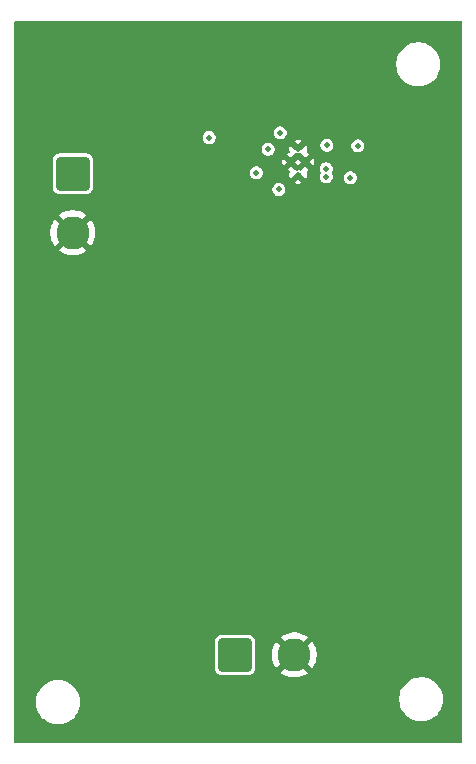
<source format=gbr>
%TF.GenerationSoftware,KiCad,Pcbnew,9.0.6*%
%TF.CreationDate,2026-02-08T18:04:32+01:00*%
%TF.ProjectId,Buck,4275636b-2e6b-4696-9361-645f70636258,B*%
%TF.SameCoordinates,Original*%
%TF.FileFunction,Copper,L3,Inr*%
%TF.FilePolarity,Positive*%
%FSLAX46Y46*%
G04 Gerber Fmt 4.6, Leading zero omitted, Abs format (unit mm)*
G04 Created by KiCad (PCBNEW 9.0.6) date 2026-02-08 18:04:32*
%MOMM*%
%LPD*%
G01*
G04 APERTURE LIST*
G04 Aperture macros list*
%AMRoundRect*
0 Rectangle with rounded corners*
0 $1 Rounding radius*
0 $2 $3 $4 $5 $6 $7 $8 $9 X,Y pos of 4 corners*
0 Add a 4 corners polygon primitive as box body*
4,1,4,$2,$3,$4,$5,$6,$7,$8,$9,$2,$3,0*
0 Add four circle primitives for the rounded corners*
1,1,$1+$1,$2,$3*
1,1,$1+$1,$4,$5*
1,1,$1+$1,$6,$7*
1,1,$1+$1,$8,$9*
0 Add four rect primitives between the rounded corners*
20,1,$1+$1,$2,$3,$4,$5,0*
20,1,$1+$1,$4,$5,$6,$7,0*
20,1,$1+$1,$6,$7,$8,$9,0*
20,1,$1+$1,$8,$9,$2,$3,0*%
G04 Aperture macros list end*
%TA.AperFunction,ComponentPad*%
%ADD10RoundRect,0.250001X-1.149999X1.149999X-1.149999X-1.149999X1.149999X-1.149999X1.149999X1.149999X0*%
%TD*%
%TA.AperFunction,ComponentPad*%
%ADD11C,2.800000*%
%TD*%
%TA.AperFunction,ComponentPad*%
%ADD12RoundRect,0.250001X-1.149999X-1.149999X1.149999X-1.149999X1.149999X1.149999X-1.149999X1.149999X0*%
%TD*%
%TA.AperFunction,ComponentPad*%
%ADD13C,0.499999*%
%TD*%
%TA.AperFunction,ViaPad*%
%ADD14C,0.800000*%
%TD*%
%TA.AperFunction,ViaPad*%
%ADD15C,0.500000*%
%TD*%
G04 APERTURE END LIST*
D10*
%TO.N,+18V*%
%TO.C,J1*%
X142250000Y-107250000D03*
D11*
%TO.N,GND*%
X142250000Y-112250000D03*
%TD*%
D12*
%TO.N,/VOUT*%
%TO.C,J2*%
X156000000Y-148000000D03*
D11*
%TO.N,GND*%
X161000000Y-148000000D03*
%TD*%
D13*
%TO.N,GND*%
%TO.C,U1*%
X160750002Y-106250000D03*
X161350001Y-105150000D03*
X161350001Y-107350000D03*
X161950000Y-106250000D03*
%TD*%
D14*
%TO.N,GND*%
X143000000Y-137000000D03*
X162000000Y-143000000D03*
X162000000Y-140000000D03*
X140000000Y-141000000D03*
X169000000Y-147000000D03*
X142000000Y-126000000D03*
X143000000Y-117000000D03*
X142000000Y-132000000D03*
X150500000Y-96500000D03*
X164500000Y-97500000D03*
X139000000Y-101500000D03*
X142000000Y-116000000D03*
X140000000Y-131000000D03*
X140000000Y-123000000D03*
X169000000Y-145000000D03*
X142000000Y-117000000D03*
X143000000Y-119000000D03*
X140000000Y-121000000D03*
X138000000Y-102500000D03*
X144000000Y-130000000D03*
X167000000Y-149000000D03*
X164000000Y-139000000D03*
X161000000Y-145000000D03*
D15*
X157000000Y-105500000D03*
D14*
X150200000Y-104500000D03*
X165000000Y-138000000D03*
X165000000Y-142000000D03*
X153750000Y-103000000D03*
X140000000Y-133000000D03*
X140000000Y-126000000D03*
X144000000Y-125000000D03*
X166000000Y-145000000D03*
X143000000Y-123000000D03*
X164000000Y-143000000D03*
X143000000Y-96500000D03*
X161000000Y-142000000D03*
X167000000Y-144000000D03*
X140000000Y-117000000D03*
X167000000Y-136000000D03*
X162000000Y-145000000D03*
X143000000Y-136000000D03*
X143000000Y-120000000D03*
X140000000Y-118000000D03*
X162000000Y-139000000D03*
X150500000Y-95500000D03*
X143000000Y-95500000D03*
X167500000Y-96500000D03*
X171000000Y-103250000D03*
X141000000Y-134000000D03*
X143000000Y-135000000D03*
X142000000Y-131000000D03*
X141000000Y-123000000D03*
X165000000Y-141000000D03*
X169000000Y-143000000D03*
X144000000Y-137000000D03*
X160000000Y-144000000D03*
X144000000Y-97500000D03*
X140000000Y-128000000D03*
X140000000Y-122000000D03*
X143000000Y-124000000D03*
X145000000Y-95500000D03*
X163000000Y-144000000D03*
X165000000Y-140000000D03*
X144000000Y-96500000D03*
X139000000Y-102500000D03*
X142000000Y-133000000D03*
X141000000Y-127000000D03*
X169000000Y-104250000D03*
X159500000Y-96500000D03*
X168000000Y-136000000D03*
X140000000Y-125000000D03*
X162000000Y-142000000D03*
X142000000Y-138000000D03*
X141000000Y-122000000D03*
X165500000Y-96500000D03*
X144000000Y-123000000D03*
X143000000Y-134000000D03*
X142000000Y-129000000D03*
X141000000Y-135000000D03*
X157700000Y-112800000D03*
X168000000Y-140000000D03*
X147000000Y-96500000D03*
X161000000Y-143000000D03*
X141000000Y-141000000D03*
X167000000Y-143000000D03*
X153500000Y-95500000D03*
X143000000Y-129000000D03*
X144000000Y-139000000D03*
X169000000Y-103250000D03*
X144000000Y-135000000D03*
X168000000Y-146000000D03*
X166000000Y-143000000D03*
X144000000Y-131000000D03*
X166000000Y-147000000D03*
X169000000Y-136000000D03*
X141000000Y-138000000D03*
X164000000Y-145000000D03*
X140000000Y-124000000D03*
X147000000Y-97500000D03*
X169000000Y-149000000D03*
X169000000Y-142000000D03*
X166000000Y-140000000D03*
X148500000Y-96500000D03*
X140500000Y-101500000D03*
X165000000Y-144000000D03*
X161500000Y-96500000D03*
X142000000Y-140000000D03*
X169000000Y-105250000D03*
X140000000Y-135000000D03*
X138000000Y-100500000D03*
X141000000Y-128000000D03*
X144000000Y-127000000D03*
X165000000Y-148000000D03*
X162500000Y-95500000D03*
X167500000Y-95500000D03*
X145000000Y-97500000D03*
X163000000Y-141000000D03*
X160000000Y-143000000D03*
X166000000Y-136000000D03*
X161000000Y-139000000D03*
X141000000Y-133000000D03*
X144000000Y-120000000D03*
X141000000Y-116000000D03*
X166500000Y-96500000D03*
X170000000Y-102250000D03*
X168000000Y-145000000D03*
X168000000Y-105250000D03*
X142000000Y-139000000D03*
X167500000Y-97500000D03*
X144000000Y-132000000D03*
X141000000Y-117000000D03*
X148500000Y-95500000D03*
X142000000Y-130000000D03*
X145000000Y-96500000D03*
X143000000Y-133000000D03*
X143000000Y-140000000D03*
X143000000Y-127000000D03*
X140000000Y-139000000D03*
X142000000Y-136000000D03*
X168000000Y-138000000D03*
X142000000Y-134000000D03*
X147000000Y-95500000D03*
X144000000Y-124000000D03*
X163000000Y-142000000D03*
X149500000Y-96500000D03*
X160000000Y-142000000D03*
X146000000Y-95500000D03*
X168000000Y-147000000D03*
X143000000Y-125000000D03*
X164000000Y-142000000D03*
X155500000Y-96500000D03*
X168000000Y-141000000D03*
X142000000Y-141000000D03*
X144000000Y-141000000D03*
X144000000Y-117000000D03*
X142000000Y-118000000D03*
X141000000Y-125000000D03*
X142000000Y-128000000D03*
X171000000Y-104250000D03*
X167000000Y-138000000D03*
X142000000Y-120000000D03*
X162900000Y-108700000D03*
X163000000Y-140000000D03*
X169000000Y-141000000D03*
X165500000Y-97500000D03*
X166000000Y-138000000D03*
X168000000Y-144000000D03*
X154500000Y-96500000D03*
X141000000Y-130000000D03*
X138000000Y-101500000D03*
X165000000Y-143000000D03*
X171000000Y-105250000D03*
X140000000Y-137000000D03*
X141000000Y-139000000D03*
X166000000Y-141000000D03*
X139000000Y-100500000D03*
X165000000Y-146000000D03*
X163000000Y-139000000D03*
X162000000Y-141000000D03*
X161000000Y-144000000D03*
X163500000Y-95500000D03*
X144000000Y-121000000D03*
X144000000Y-118000000D03*
X152500000Y-95500000D03*
X144000000Y-129000000D03*
X141000000Y-121000000D03*
X154500000Y-95500000D03*
X166000000Y-139000000D03*
X141000000Y-140000000D03*
X168000000Y-137000000D03*
X164000000Y-144000000D03*
X143000000Y-122000000D03*
X141000000Y-136000000D03*
X165000000Y-149000000D03*
X169000000Y-138000000D03*
X143000000Y-141000000D03*
X166000000Y-146000000D03*
X167000000Y-139000000D03*
X164500000Y-95500000D03*
X143000000Y-126000000D03*
X149500000Y-95500000D03*
X169000000Y-146000000D03*
X166000000Y-142000000D03*
X160000000Y-141000000D03*
X165000000Y-147000000D03*
X141000000Y-118000000D03*
X156500000Y-96500000D03*
X167000000Y-147000000D03*
X167000000Y-137000000D03*
X142000000Y-119000000D03*
X161500000Y-95500000D03*
X165500000Y-95500000D03*
X167000000Y-146000000D03*
X142000000Y-122000000D03*
X143000000Y-118000000D03*
X156300000Y-111500000D03*
X168000000Y-104250000D03*
X157500000Y-95500000D03*
X156500000Y-95500000D03*
X167000000Y-141000000D03*
X160000000Y-139000000D03*
X142000000Y-127000000D03*
X163000000Y-143000000D03*
X164000000Y-141000000D03*
X170000000Y-104250000D03*
X169000000Y-137000000D03*
X143000000Y-128000000D03*
X151500000Y-95500000D03*
X166000000Y-149000000D03*
X141000000Y-132000000D03*
X168000000Y-148000000D03*
X144000000Y-95500000D03*
X165000000Y-139000000D03*
X169000000Y-148000000D03*
X163500000Y-96500000D03*
X140000000Y-134000000D03*
X158500000Y-95500000D03*
X144000000Y-119000000D03*
X141000000Y-129000000D03*
X141000000Y-137000000D03*
X140500000Y-100500000D03*
X170000000Y-105250000D03*
X163000000Y-145000000D03*
X164500000Y-96500000D03*
X142000000Y-137000000D03*
X143000000Y-131000000D03*
X159500000Y-95500000D03*
X167000000Y-142000000D03*
X144000000Y-138000000D03*
X142000000Y-125000000D03*
X157500000Y-96500000D03*
X167000000Y-140000000D03*
X144000000Y-128000000D03*
X170000000Y-103250000D03*
X160500000Y-96500000D03*
X168000000Y-149000000D03*
X169000000Y-140000000D03*
X162500000Y-96500000D03*
X140000000Y-132000000D03*
X162000000Y-144000000D03*
X142000000Y-123000000D03*
X144000000Y-140000000D03*
X141000000Y-120000000D03*
X141000000Y-124000000D03*
X160000000Y-140000000D03*
X142000000Y-135000000D03*
X167000000Y-148000000D03*
X153500000Y-96500000D03*
X166500000Y-97500000D03*
X165000000Y-145000000D03*
X166500000Y-95500000D03*
X144000000Y-122000000D03*
X169000000Y-144000000D03*
X140000000Y-136000000D03*
X144000000Y-134000000D03*
X160500000Y-95500000D03*
X140000000Y-119000000D03*
X143000000Y-116000000D03*
X158500000Y-96500000D03*
X171000000Y-102250000D03*
X144000000Y-136000000D03*
X146000000Y-97500000D03*
X143000000Y-121000000D03*
X166000000Y-137000000D03*
X143000000Y-132000000D03*
X160000000Y-145000000D03*
X140000000Y-127000000D03*
X167000000Y-145000000D03*
X143000000Y-97500000D03*
X151500000Y-96500000D03*
X168000000Y-143000000D03*
X142000000Y-124000000D03*
X141000000Y-131000000D03*
X161000000Y-140000000D03*
X166000000Y-144000000D03*
X152500000Y-96500000D03*
X164000000Y-140000000D03*
X166000000Y-148000000D03*
X144000000Y-133000000D03*
X144000000Y-116000000D03*
X169000000Y-139000000D03*
X143000000Y-138000000D03*
X161000000Y-141000000D03*
X140000000Y-120000000D03*
X165000000Y-136000000D03*
X143000000Y-130000000D03*
X146000000Y-96500000D03*
X142000000Y-121000000D03*
X168000000Y-139000000D03*
X140000000Y-116000000D03*
X169000000Y-102250000D03*
X143000000Y-139000000D03*
X141000000Y-126000000D03*
X140000000Y-130000000D03*
X144000000Y-126000000D03*
X165000000Y-137000000D03*
X155500000Y-95500000D03*
X141000000Y-119000000D03*
X140000000Y-138000000D03*
X168250000Y-106250000D03*
X168000000Y-142000000D03*
X140000000Y-140000000D03*
X140000000Y-129000000D03*
D15*
%TO.N,/SYNCIN*%
X159700000Y-108600000D03*
X163696157Y-106838448D03*
%TO.N,Net-(U1-COMP)*%
X158800000Y-105200000D03*
X157800000Y-107200000D03*
%TO.N,/LG*%
X165750000Y-107625000D03*
X163706476Y-107538372D03*
%TO.N,/HG*%
X163772965Y-104860139D03*
X166391248Y-104908752D03*
%TO.N,/EN*%
X159800000Y-103800000D03*
X153800000Y-104200000D03*
%TD*%
%TA.AperFunction,Conductor*%
%TO.N,GND*%
G36*
X175142539Y-94320185D02*
G01*
X175188294Y-94372989D01*
X175199500Y-94424500D01*
X175199500Y-155325500D01*
X175179815Y-155392539D01*
X175127011Y-155438294D01*
X175075500Y-155449500D01*
X137424500Y-155449500D01*
X137357461Y-155429815D01*
X137311706Y-155377011D01*
X137300500Y-155325500D01*
X137300500Y-151878048D01*
X139139500Y-151878048D01*
X139139500Y-152121951D01*
X139166013Y-152323333D01*
X139171334Y-152363744D01*
X139171335Y-152363746D01*
X139234456Y-152599320D01*
X139234459Y-152599330D01*
X139327786Y-152824640D01*
X139327791Y-152824651D01*
X139449727Y-153035848D01*
X139449738Y-153035864D01*
X139598199Y-153229343D01*
X139598205Y-153229350D01*
X139770649Y-153401794D01*
X139770656Y-153401800D01*
X139797258Y-153422212D01*
X139964144Y-153550268D01*
X139964151Y-153550272D01*
X140175348Y-153672208D01*
X140175353Y-153672210D01*
X140175356Y-153672212D01*
X140400679Y-153765544D01*
X140636256Y-153828666D01*
X140878056Y-153860500D01*
X140878063Y-153860500D01*
X141121937Y-153860500D01*
X141121944Y-153860500D01*
X141363744Y-153828666D01*
X141599321Y-153765544D01*
X141824644Y-153672212D01*
X142035856Y-153550268D01*
X142229345Y-153401799D01*
X142401799Y-153229345D01*
X142550268Y-153035856D01*
X142672212Y-152824644D01*
X142765544Y-152599321D01*
X142828666Y-152363744D01*
X142860500Y-152121944D01*
X142860500Y-151878056D01*
X142828666Y-151636256D01*
X142826467Y-151628048D01*
X169889500Y-151628048D01*
X169889500Y-151871951D01*
X169890305Y-151878062D01*
X169921334Y-152113744D01*
X169923533Y-152121951D01*
X169984456Y-152349320D01*
X169984459Y-152349330D01*
X170077786Y-152574640D01*
X170077791Y-152574651D01*
X170199727Y-152785848D01*
X170199738Y-152785864D01*
X170348199Y-152979343D01*
X170348205Y-152979350D01*
X170520649Y-153151794D01*
X170520656Y-153151800D01*
X170621715Y-153229345D01*
X170714144Y-153300268D01*
X170714151Y-153300272D01*
X170925348Y-153422208D01*
X170925353Y-153422210D01*
X170925356Y-153422212D01*
X171150679Y-153515544D01*
X171386256Y-153578666D01*
X171628056Y-153610500D01*
X171628063Y-153610500D01*
X171871937Y-153610500D01*
X171871944Y-153610500D01*
X172113744Y-153578666D01*
X172349321Y-153515544D01*
X172574644Y-153422212D01*
X172785856Y-153300268D01*
X172979345Y-153151799D01*
X173151799Y-152979345D01*
X173300268Y-152785856D01*
X173422212Y-152574644D01*
X173515544Y-152349321D01*
X173578666Y-152113744D01*
X173610500Y-151871944D01*
X173610500Y-151628056D01*
X173578666Y-151386256D01*
X173515544Y-151150679D01*
X173422212Y-150925356D01*
X173422210Y-150925353D01*
X173422208Y-150925348D01*
X173300272Y-150714151D01*
X173300268Y-150714144D01*
X173211302Y-150598201D01*
X173151800Y-150520656D01*
X173151794Y-150520649D01*
X172979350Y-150348205D01*
X172979343Y-150348199D01*
X172785864Y-150199738D01*
X172785862Y-150199736D01*
X172785856Y-150199732D01*
X172785851Y-150199729D01*
X172785848Y-150199727D01*
X172574651Y-150077791D01*
X172574640Y-150077786D01*
X172349330Y-149984459D01*
X172349323Y-149984457D01*
X172349321Y-149984456D01*
X172113744Y-149921334D01*
X172073333Y-149916013D01*
X171871951Y-149889500D01*
X171871944Y-149889500D01*
X171628056Y-149889500D01*
X171628048Y-149889500D01*
X171397896Y-149919801D01*
X171386256Y-149921334D01*
X171150679Y-149984456D01*
X171150669Y-149984459D01*
X170925359Y-150077786D01*
X170925348Y-150077791D01*
X170714151Y-150199727D01*
X170714135Y-150199738D01*
X170520656Y-150348199D01*
X170520649Y-150348205D01*
X170348205Y-150520649D01*
X170348199Y-150520656D01*
X170199738Y-150714135D01*
X170199727Y-150714151D01*
X170077791Y-150925348D01*
X170077786Y-150925359D01*
X169984459Y-151150669D01*
X169984456Y-151150679D01*
X169921335Y-151386253D01*
X169921333Y-151386264D01*
X169889500Y-151628048D01*
X142826467Y-151628048D01*
X142765544Y-151400679D01*
X142672212Y-151175356D01*
X142672210Y-151175353D01*
X142672208Y-151175348D01*
X142550272Y-150964151D01*
X142550268Y-150964144D01*
X142401799Y-150770655D01*
X142401794Y-150770649D01*
X142229350Y-150598205D01*
X142229343Y-150598199D01*
X142035864Y-150449738D01*
X142035862Y-150449736D01*
X142035856Y-150449732D01*
X142035851Y-150449729D01*
X142035848Y-150449727D01*
X141824651Y-150327791D01*
X141824640Y-150327786D01*
X141599330Y-150234459D01*
X141599323Y-150234457D01*
X141599321Y-150234456D01*
X141363744Y-150171334D01*
X141323333Y-150166013D01*
X141121951Y-150139500D01*
X141121944Y-150139500D01*
X140878056Y-150139500D01*
X140878048Y-150139500D01*
X140647896Y-150169801D01*
X140636256Y-150171334D01*
X140530250Y-150199738D01*
X140400679Y-150234456D01*
X140400669Y-150234459D01*
X140175359Y-150327786D01*
X140175348Y-150327791D01*
X139964151Y-150449727D01*
X139964135Y-150449738D01*
X139770656Y-150598199D01*
X139770649Y-150598205D01*
X139598205Y-150770649D01*
X139598199Y-150770656D01*
X139449738Y-150964135D01*
X139449727Y-150964151D01*
X139327791Y-151175348D01*
X139327786Y-151175359D01*
X139234459Y-151400669D01*
X139234456Y-151400679D01*
X139171334Y-151636256D01*
X139171333Y-151636264D01*
X139139500Y-151878048D01*
X137300500Y-151878048D01*
X137300500Y-146806900D01*
X154299500Y-146806900D01*
X154299500Y-149193091D01*
X154310123Y-149281562D01*
X154365639Y-149422342D01*
X154365640Y-149422344D01*
X154457077Y-149542922D01*
X154577655Y-149634359D01*
X154577658Y-149634361D01*
X154718436Y-149689876D01*
X154806901Y-149700500D01*
X157193098Y-149700499D01*
X157281564Y-149689876D01*
X157422342Y-149634361D01*
X157542922Y-149542922D01*
X157634361Y-149422342D01*
X157689876Y-149281564D01*
X157700500Y-149193099D01*
X157700499Y-147875466D01*
X159100000Y-147875466D01*
X159100000Y-148124533D01*
X159132508Y-148371463D01*
X159196973Y-148612049D01*
X159292283Y-148842148D01*
X159292288Y-148842159D01*
X159416813Y-149057841D01*
X159416819Y-149057849D01*
X159491400Y-149155045D01*
X160398958Y-148247487D01*
X160423978Y-148307890D01*
X160495112Y-148414351D01*
X160585649Y-148504888D01*
X160692110Y-148576022D01*
X160752511Y-148601041D01*
X159844953Y-149508598D01*
X159942150Y-149583180D01*
X159942158Y-149583186D01*
X160157840Y-149707711D01*
X160157851Y-149707716D01*
X160387950Y-149803026D01*
X160628536Y-149867491D01*
X160875466Y-149900000D01*
X161124534Y-149900000D01*
X161371463Y-149867491D01*
X161612049Y-149803026D01*
X161842148Y-149707716D01*
X161842159Y-149707711D01*
X162057855Y-149583178D01*
X162155045Y-149508600D01*
X162155045Y-149508597D01*
X161247488Y-148601041D01*
X161307890Y-148576022D01*
X161414351Y-148504888D01*
X161504888Y-148414351D01*
X161576022Y-148307890D01*
X161601041Y-148247489D01*
X162508597Y-149155045D01*
X162508600Y-149155045D01*
X162583178Y-149057855D01*
X162707711Y-148842159D01*
X162707716Y-148842148D01*
X162803026Y-148612049D01*
X162867491Y-148371463D01*
X162900000Y-148124533D01*
X162900000Y-147875466D01*
X162867491Y-147628536D01*
X162803026Y-147387950D01*
X162707716Y-147157851D01*
X162707711Y-147157840D01*
X162583186Y-146942158D01*
X162583180Y-146942150D01*
X162508598Y-146844953D01*
X161601041Y-147752510D01*
X161576022Y-147692110D01*
X161504888Y-147585649D01*
X161414351Y-147495112D01*
X161307890Y-147423978D01*
X161247487Y-147398957D01*
X162155045Y-146491400D01*
X162057849Y-146416819D01*
X162057841Y-146416813D01*
X161842159Y-146292288D01*
X161842148Y-146292283D01*
X161612049Y-146196973D01*
X161371463Y-146132508D01*
X161124534Y-146100000D01*
X160875466Y-146100000D01*
X160628536Y-146132508D01*
X160387950Y-146196973D01*
X160157851Y-146292283D01*
X160157847Y-146292285D01*
X159942143Y-146416823D01*
X159844953Y-146491399D01*
X159844953Y-146491400D01*
X160752511Y-147398958D01*
X160692110Y-147423978D01*
X160585649Y-147495112D01*
X160495112Y-147585649D01*
X160423978Y-147692110D01*
X160398958Y-147752511D01*
X159491400Y-146844953D01*
X159491399Y-146844953D01*
X159416823Y-146942143D01*
X159292285Y-147157847D01*
X159292283Y-147157851D01*
X159196973Y-147387950D01*
X159132508Y-147628536D01*
X159100000Y-147875466D01*
X157700499Y-147875466D01*
X157700499Y-146806902D01*
X157689876Y-146718436D01*
X157634361Y-146577658D01*
X157634359Y-146577655D01*
X157542922Y-146457077D01*
X157422344Y-146365640D01*
X157422342Y-146365639D01*
X157281564Y-146310124D01*
X157281561Y-146310123D01*
X157193099Y-146299500D01*
X154806908Y-146299500D01*
X154718437Y-146310123D01*
X154577657Y-146365639D01*
X154577655Y-146365640D01*
X154457077Y-146457077D01*
X154365640Y-146577655D01*
X154310124Y-146718437D01*
X154310123Y-146718438D01*
X154299500Y-146806900D01*
X137300500Y-146806900D01*
X137300500Y-112125466D01*
X140350000Y-112125466D01*
X140350000Y-112374533D01*
X140382508Y-112621463D01*
X140446973Y-112862049D01*
X140542283Y-113092148D01*
X140542288Y-113092159D01*
X140666813Y-113307841D01*
X140666819Y-113307849D01*
X140741400Y-113405045D01*
X141648958Y-112497487D01*
X141673978Y-112557890D01*
X141745112Y-112664351D01*
X141835649Y-112754888D01*
X141942110Y-112826022D01*
X142002511Y-112851041D01*
X141094953Y-113758598D01*
X141192150Y-113833180D01*
X141192158Y-113833186D01*
X141407840Y-113957711D01*
X141407851Y-113957716D01*
X141637950Y-114053026D01*
X141878536Y-114117491D01*
X142125466Y-114150000D01*
X142374534Y-114150000D01*
X142621463Y-114117491D01*
X142862049Y-114053026D01*
X143092148Y-113957716D01*
X143092159Y-113957711D01*
X143307855Y-113833178D01*
X143405045Y-113758600D01*
X143405045Y-113758597D01*
X142497488Y-112851041D01*
X142557890Y-112826022D01*
X142664351Y-112754888D01*
X142754888Y-112664351D01*
X142826022Y-112557890D01*
X142851041Y-112497489D01*
X143758597Y-113405045D01*
X143758600Y-113405045D01*
X143833178Y-113307855D01*
X143957711Y-113092159D01*
X143957716Y-113092148D01*
X144053026Y-112862049D01*
X144117491Y-112621463D01*
X144150000Y-112374533D01*
X144150000Y-112125466D01*
X144117491Y-111878536D01*
X144053026Y-111637950D01*
X143957716Y-111407851D01*
X143957711Y-111407840D01*
X143833186Y-111192158D01*
X143833180Y-111192150D01*
X143758598Y-111094953D01*
X142851041Y-112002510D01*
X142826022Y-111942110D01*
X142754888Y-111835649D01*
X142664351Y-111745112D01*
X142557890Y-111673978D01*
X142497487Y-111648957D01*
X143405045Y-110741400D01*
X143307849Y-110666819D01*
X143307841Y-110666813D01*
X143092159Y-110542288D01*
X143092148Y-110542283D01*
X142862049Y-110446973D01*
X142621463Y-110382508D01*
X142374534Y-110350000D01*
X142125466Y-110350000D01*
X141878536Y-110382508D01*
X141637950Y-110446973D01*
X141407851Y-110542283D01*
X141407847Y-110542285D01*
X141192143Y-110666823D01*
X141094953Y-110741399D01*
X141094953Y-110741400D01*
X142002511Y-111648958D01*
X141942110Y-111673978D01*
X141835649Y-111745112D01*
X141745112Y-111835649D01*
X141673978Y-111942110D01*
X141648958Y-112002511D01*
X140741400Y-111094953D01*
X140741399Y-111094953D01*
X140666823Y-111192143D01*
X140542285Y-111407847D01*
X140542283Y-111407851D01*
X140446973Y-111637950D01*
X140382508Y-111878536D01*
X140350000Y-112125466D01*
X137300500Y-112125466D01*
X137300500Y-106056900D01*
X140549500Y-106056900D01*
X140549500Y-108443091D01*
X140560123Y-108531562D01*
X140615639Y-108672342D01*
X140615640Y-108672344D01*
X140707077Y-108792922D01*
X140827655Y-108884359D01*
X140827658Y-108884361D01*
X140968436Y-108939876D01*
X141056901Y-108950500D01*
X143443098Y-108950499D01*
X143531564Y-108939876D01*
X143672342Y-108884361D01*
X143792922Y-108792922D01*
X143884361Y-108672342D01*
X143939876Y-108531564D01*
X143940361Y-108527525D01*
X159149500Y-108527525D01*
X159149500Y-108672475D01*
X159181774Y-108792922D01*
X159187017Y-108812488D01*
X159259488Y-108938011D01*
X159259490Y-108938013D01*
X159259491Y-108938015D01*
X159361985Y-109040509D01*
X159361986Y-109040510D01*
X159361988Y-109040511D01*
X159487511Y-109112982D01*
X159487512Y-109112982D01*
X159487515Y-109112984D01*
X159627525Y-109150500D01*
X159627528Y-109150500D01*
X159772472Y-109150500D01*
X159772475Y-109150500D01*
X159912485Y-109112984D01*
X160038015Y-109040509D01*
X160140509Y-108938015D01*
X160212984Y-108812485D01*
X160250500Y-108672475D01*
X160250500Y-108527525D01*
X160212984Y-108387515D01*
X160140509Y-108261985D01*
X160038015Y-108159491D01*
X159934972Y-108099999D01*
X159924840Y-108094149D01*
X159924837Y-108094146D01*
X159912492Y-108087018D01*
X159912489Y-108087017D01*
X159901006Y-108083940D01*
X159772475Y-108049500D01*
X159627525Y-108049500D01*
X159498993Y-108083940D01*
X159487511Y-108087017D01*
X159361988Y-108159488D01*
X159361982Y-108159493D01*
X159259493Y-108261982D01*
X159259488Y-108261988D01*
X159187017Y-108387511D01*
X159187016Y-108387515D01*
X159149500Y-108527525D01*
X143940361Y-108527525D01*
X143950500Y-108443099D01*
X143950500Y-108027576D01*
X161025974Y-108027576D01*
X161131233Y-108071176D01*
X161131241Y-108071178D01*
X161276128Y-108099998D01*
X161276132Y-108099999D01*
X161423870Y-108099999D01*
X161423873Y-108099998D01*
X161568760Y-108071178D01*
X161568768Y-108071176D01*
X161674026Y-108027576D01*
X161350002Y-107703552D01*
X161350001Y-107703552D01*
X161025974Y-108027576D01*
X143950500Y-108027576D01*
X143950499Y-107127525D01*
X157249500Y-107127525D01*
X157249500Y-107272475D01*
X157270273Y-107349999D01*
X157287017Y-107412488D01*
X157359488Y-107538011D01*
X157359490Y-107538013D01*
X157359491Y-107538015D01*
X157461985Y-107640509D01*
X157461986Y-107640510D01*
X157461988Y-107640511D01*
X157587511Y-107712982D01*
X157587512Y-107712982D01*
X157587515Y-107712984D01*
X157727525Y-107750500D01*
X157727528Y-107750500D01*
X157872472Y-107750500D01*
X157872475Y-107750500D01*
X158012485Y-107712984D01*
X158138015Y-107640509D01*
X158240509Y-107538015D01*
X158312984Y-107412485D01*
X158350500Y-107272475D01*
X158350500Y-107127525D01*
X158312984Y-106987515D01*
X158278378Y-106927576D01*
X160425975Y-106927576D01*
X160531235Y-106971176D01*
X160534867Y-106971899D01*
X160536595Y-106972802D01*
X160537067Y-106972946D01*
X160537039Y-106973035D01*
X160596781Y-107004279D01*
X160631359Y-107064992D01*
X160629481Y-107125152D01*
X160630012Y-107125258D01*
X160629378Y-107128443D01*
X160629345Y-107129514D01*
X160628823Y-107131233D01*
X160600002Y-107276127D01*
X160600002Y-107423872D01*
X160628821Y-107568759D01*
X160628824Y-107568768D01*
X160672422Y-107674024D01*
X161085543Y-107260904D01*
X161146866Y-107227419D01*
X161216557Y-107232403D01*
X161260905Y-107260904D01*
X161278159Y-107278158D01*
X161263869Y-107292448D01*
X161248401Y-107329791D01*
X161248401Y-107370209D01*
X161263869Y-107407552D01*
X161292449Y-107436132D01*
X161329792Y-107451600D01*
X161370210Y-107451600D01*
X161407553Y-107436132D01*
X161436133Y-107407552D01*
X161451601Y-107370209D01*
X161451601Y-107329791D01*
X161436133Y-107292448D01*
X161421842Y-107278157D01*
X161439094Y-107260905D01*
X161500417Y-107227420D01*
X161570109Y-107232404D01*
X161614457Y-107260905D01*
X162027577Y-107674025D01*
X162071177Y-107568767D01*
X162071179Y-107568759D01*
X162099999Y-107423872D01*
X162100000Y-107423869D01*
X162100000Y-107276131D01*
X162099999Y-107276127D01*
X162071180Y-107131243D01*
X162070660Y-107129528D01*
X162070651Y-107128583D01*
X162069990Y-107125258D01*
X162070620Y-107125132D01*
X162070028Y-107059661D01*
X162107268Y-107000544D01*
X162162945Y-106972982D01*
X162162935Y-106972946D01*
X162163151Y-106972880D01*
X162165136Y-106971898D01*
X162168770Y-106971175D01*
X162274025Y-106927576D01*
X162191976Y-106845527D01*
X162112422Y-106765973D01*
X163145657Y-106765973D01*
X163145657Y-106910923D01*
X163170672Y-107004279D01*
X163183174Y-107050936D01*
X163231908Y-107135346D01*
X163248381Y-107203246D01*
X163231909Y-107259345D01*
X163193493Y-107325884D01*
X163193493Y-107325885D01*
X163193492Y-107325887D01*
X163155976Y-107465897D01*
X163155976Y-107610847D01*
X163193492Y-107750857D01*
X163193493Y-107750860D01*
X163265964Y-107876383D01*
X163265966Y-107876385D01*
X163265967Y-107876387D01*
X163368461Y-107978881D01*
X163368462Y-107978882D01*
X163368464Y-107978883D01*
X163493987Y-108051354D01*
X163493988Y-108051354D01*
X163493991Y-108051356D01*
X163634001Y-108088872D01*
X163634004Y-108088872D01*
X163778948Y-108088872D01*
X163778951Y-108088872D01*
X163918961Y-108051356D01*
X164044491Y-107978881D01*
X164146985Y-107876387D01*
X164219460Y-107750857D01*
X164256976Y-107610847D01*
X164256976Y-107552525D01*
X165199500Y-107552525D01*
X165199500Y-107697475D01*
X165213804Y-107750857D01*
X165237017Y-107837488D01*
X165309488Y-107963011D01*
X165309490Y-107963013D01*
X165309491Y-107963015D01*
X165411985Y-108065509D01*
X165411986Y-108065510D01*
X165411988Y-108065511D01*
X165537511Y-108137982D01*
X165537512Y-108137982D01*
X165537515Y-108137984D01*
X165677525Y-108175500D01*
X165677528Y-108175500D01*
X165822472Y-108175500D01*
X165822475Y-108175500D01*
X165962485Y-108137984D01*
X166088015Y-108065509D01*
X166190509Y-107963015D01*
X166262984Y-107837485D01*
X166300500Y-107697475D01*
X166300500Y-107552525D01*
X166262984Y-107412515D01*
X166262968Y-107412488D01*
X166190511Y-107286988D01*
X166190506Y-107286982D01*
X166088017Y-107184493D01*
X166088011Y-107184488D01*
X165962488Y-107112017D01*
X165962489Y-107112017D01*
X165951006Y-107108940D01*
X165822475Y-107074500D01*
X165677525Y-107074500D01*
X165548993Y-107108940D01*
X165537511Y-107112017D01*
X165411988Y-107184488D01*
X165411982Y-107184493D01*
X165309493Y-107286982D01*
X165309488Y-107286988D01*
X165237017Y-107412511D01*
X165237016Y-107412515D01*
X165199500Y-107552525D01*
X164256976Y-107552525D01*
X164256976Y-107465897D01*
X164219460Y-107325887D01*
X164170722Y-107241471D01*
X164154250Y-107173574D01*
X164170722Y-107117475D01*
X164209141Y-107050933D01*
X164246657Y-106910923D01*
X164246657Y-106765973D01*
X164209141Y-106625963D01*
X164179154Y-106574025D01*
X164136668Y-106500436D01*
X164136663Y-106500430D01*
X164034174Y-106397941D01*
X164034168Y-106397936D01*
X163908645Y-106325465D01*
X163908646Y-106325465D01*
X163897163Y-106322388D01*
X163768632Y-106287948D01*
X163623682Y-106287948D01*
X163495150Y-106322388D01*
X163483668Y-106325465D01*
X163358145Y-106397936D01*
X163358139Y-106397941D01*
X163255650Y-106500430D01*
X163255645Y-106500436D01*
X163183174Y-106625959D01*
X163183173Y-106625963D01*
X163145657Y-106765973D01*
X162112422Y-106765973D01*
X161950000Y-106603552D01*
X161592204Y-106961348D01*
X161530881Y-106994833D01*
X161461189Y-106989849D01*
X161416842Y-106961348D01*
X161350001Y-106894507D01*
X161283160Y-106961348D01*
X161221837Y-106994832D01*
X161152145Y-106989848D01*
X161107798Y-106961347D01*
X160750003Y-106603552D01*
X160750002Y-106603552D01*
X160425975Y-106927576D01*
X158278378Y-106927576D01*
X158240509Y-106861985D01*
X158138015Y-106759491D01*
X158138013Y-106759490D01*
X158138011Y-106759488D01*
X158012488Y-106687017D01*
X158012489Y-106687017D01*
X158001006Y-106683940D01*
X157872475Y-106649500D01*
X157727525Y-106649500D01*
X157598993Y-106683940D01*
X157587511Y-106687017D01*
X157461988Y-106759488D01*
X157461982Y-106759493D01*
X157359493Y-106861982D01*
X157359488Y-106861988D01*
X157287017Y-106987511D01*
X157287016Y-106987515D01*
X157249500Y-107127525D01*
X143950499Y-107127525D01*
X143950499Y-106176127D01*
X160000003Y-106176127D01*
X160000003Y-106323872D01*
X160028822Y-106468759D01*
X160028825Y-106468768D01*
X160072423Y-106574024D01*
X160396450Y-106250000D01*
X160376241Y-106229791D01*
X160648402Y-106229791D01*
X160648402Y-106270209D01*
X160663870Y-106307552D01*
X160692450Y-106336132D01*
X160729793Y-106351600D01*
X160770211Y-106351600D01*
X160807554Y-106336132D01*
X160836134Y-106307552D01*
X160851602Y-106270209D01*
X160851602Y-106250000D01*
X161103554Y-106250000D01*
X161350001Y-106496447D01*
X161596448Y-106250000D01*
X161576239Y-106229791D01*
X161848400Y-106229791D01*
X161848400Y-106270209D01*
X161863868Y-106307552D01*
X161892448Y-106336132D01*
X161929791Y-106351600D01*
X161970209Y-106351600D01*
X162007552Y-106336132D01*
X162036132Y-106307552D01*
X162051600Y-106270209D01*
X162051600Y-106249999D01*
X162303552Y-106249999D01*
X162303552Y-106250001D01*
X162627576Y-106574025D01*
X162671176Y-106468767D01*
X162671178Y-106468759D01*
X162699998Y-106323872D01*
X162699999Y-106323869D01*
X162699999Y-106176131D01*
X162699998Y-106176127D01*
X162671178Y-106031240D01*
X162671176Y-106031232D01*
X162627576Y-105925973D01*
X162303552Y-106249999D01*
X162051600Y-106249999D01*
X162051600Y-106229791D01*
X162036132Y-106192448D01*
X162007552Y-106163868D01*
X161970209Y-106148400D01*
X161929791Y-106148400D01*
X161892448Y-106163868D01*
X161863868Y-106192448D01*
X161848400Y-106229791D01*
X161576239Y-106229791D01*
X161350001Y-106003553D01*
X161103554Y-106250000D01*
X160851602Y-106250000D01*
X160851602Y-106229791D01*
X160836134Y-106192448D01*
X160807554Y-106163868D01*
X160770211Y-106148400D01*
X160729793Y-106148400D01*
X160692450Y-106163868D01*
X160663870Y-106192448D01*
X160648402Y-106229791D01*
X160376241Y-106229791D01*
X160072424Y-105925974D01*
X160028824Y-106031236D01*
X160028822Y-106031240D01*
X160000003Y-106176127D01*
X143950499Y-106176127D01*
X143950499Y-106056902D01*
X143939876Y-105968436D01*
X143884361Y-105827658D01*
X143884359Y-105827655D01*
X143792922Y-105707077D01*
X143672344Y-105615640D01*
X143672342Y-105615639D01*
X143531564Y-105560124D01*
X143531561Y-105560123D01*
X143443099Y-105549500D01*
X141056908Y-105549500D01*
X140968437Y-105560123D01*
X140827657Y-105615639D01*
X140827655Y-105615640D01*
X140707077Y-105707077D01*
X140615640Y-105827655D01*
X140560124Y-105968437D01*
X140560123Y-105968438D01*
X140549500Y-106056900D01*
X137300500Y-106056900D01*
X137300500Y-105127525D01*
X158249500Y-105127525D01*
X158249500Y-105272475D01*
X158287016Y-105412485D01*
X158287017Y-105412488D01*
X158359488Y-105538011D01*
X158359490Y-105538013D01*
X158359491Y-105538015D01*
X158461985Y-105640509D01*
X158461986Y-105640510D01*
X158461988Y-105640511D01*
X158587511Y-105712982D01*
X158587512Y-105712982D01*
X158587515Y-105712984D01*
X158727525Y-105750500D01*
X158727528Y-105750500D01*
X158872472Y-105750500D01*
X158872475Y-105750500D01*
X159012485Y-105712984D01*
X159138015Y-105640509D01*
X159206102Y-105572422D01*
X160425976Y-105572422D01*
X160750002Y-105896448D01*
X161107798Y-105538652D01*
X161169121Y-105505167D01*
X161238813Y-105510151D01*
X161283160Y-105538652D01*
X161350001Y-105605493D01*
X161416842Y-105538652D01*
X161478165Y-105505167D01*
X161547857Y-105510151D01*
X161592204Y-105538652D01*
X161950000Y-105896448D01*
X161950001Y-105896448D01*
X162274025Y-105572422D01*
X162168768Y-105528823D01*
X162168760Y-105528821D01*
X162165124Y-105528098D01*
X162163394Y-105527193D01*
X162162932Y-105527053D01*
X162162958Y-105526965D01*
X162103213Y-105495713D01*
X162068639Y-105434997D01*
X162070523Y-105374848D01*
X162069990Y-105374742D01*
X162070627Y-105371537D01*
X162070661Y-105370466D01*
X162071181Y-105368749D01*
X162099999Y-105223872D01*
X162100000Y-105223869D01*
X162100000Y-105076131D01*
X162099999Y-105076127D01*
X162071179Y-104931240D01*
X162071177Y-104931232D01*
X162027999Y-104826990D01*
X162027577Y-104825973D01*
X161614457Y-105239094D01*
X161553134Y-105272579D01*
X161483442Y-105267595D01*
X161439095Y-105239094D01*
X161421843Y-105221842D01*
X161436133Y-105207552D01*
X161451601Y-105170209D01*
X161451601Y-105129791D01*
X161436133Y-105092448D01*
X161407553Y-105063868D01*
X161370210Y-105048400D01*
X161329792Y-105048400D01*
X161292449Y-105063868D01*
X161263869Y-105092448D01*
X161248401Y-105129791D01*
X161248401Y-105170209D01*
X161263869Y-105207552D01*
X161278159Y-105221842D01*
X161260906Y-105239095D01*
X161199583Y-105272580D01*
X161129891Y-105267596D01*
X161085544Y-105239095D01*
X160672423Y-104825974D01*
X160628823Y-104931236D01*
X160628821Y-104931240D01*
X160600002Y-105076127D01*
X160600002Y-105223872D01*
X160628822Y-105368762D01*
X160629344Y-105370481D01*
X160629352Y-105371426D01*
X160630012Y-105374742D01*
X160629383Y-105374867D01*
X160629971Y-105440348D01*
X160592725Y-105499462D01*
X160537059Y-105527018D01*
X160537070Y-105527053D01*
X160536863Y-105527115D01*
X160534879Y-105528098D01*
X160531238Y-105528822D01*
X160425976Y-105572422D01*
X159206102Y-105572422D01*
X159240509Y-105538015D01*
X159312984Y-105412485D01*
X159350500Y-105272475D01*
X159350500Y-105127525D01*
X159312984Y-104987515D01*
X159240509Y-104861985D01*
X159138015Y-104759491D01*
X159138013Y-104759490D01*
X159138011Y-104759488D01*
X159012488Y-104687017D01*
X159012489Y-104687017D01*
X159001006Y-104683940D01*
X158872475Y-104649500D01*
X158727525Y-104649500D01*
X158598993Y-104683940D01*
X158587511Y-104687017D01*
X158461988Y-104759488D01*
X158461982Y-104759493D01*
X158359493Y-104861982D01*
X158359488Y-104861988D01*
X158287017Y-104987511D01*
X158287016Y-104987515D01*
X158249500Y-105127525D01*
X137300500Y-105127525D01*
X137300500Y-104127525D01*
X153249500Y-104127525D01*
X153249500Y-104272475D01*
X153282537Y-104395768D01*
X153287017Y-104412488D01*
X153359488Y-104538011D01*
X153359490Y-104538013D01*
X153359491Y-104538015D01*
X153461985Y-104640509D01*
X153461986Y-104640510D01*
X153461988Y-104640511D01*
X153587511Y-104712982D01*
X153587512Y-104712982D01*
X153587515Y-104712984D01*
X153727525Y-104750500D01*
X153727528Y-104750500D01*
X153872472Y-104750500D01*
X153872475Y-104750500D01*
X154012485Y-104712984D01*
X154138015Y-104640509D01*
X154240509Y-104538015D01*
X154278379Y-104472422D01*
X161025975Y-104472422D01*
X161350001Y-104796448D01*
X161350002Y-104796448D01*
X161358786Y-104787664D01*
X163222465Y-104787664D01*
X163222465Y-104932614D01*
X163237175Y-104987511D01*
X163259982Y-105072627D01*
X163332453Y-105198150D01*
X163332455Y-105198152D01*
X163332456Y-105198154D01*
X163434950Y-105300648D01*
X163434951Y-105300649D01*
X163434953Y-105300650D01*
X163560476Y-105373121D01*
X163560477Y-105373121D01*
X163560480Y-105373123D01*
X163700490Y-105410639D01*
X163700493Y-105410639D01*
X163845437Y-105410639D01*
X163845440Y-105410639D01*
X163985450Y-105373123D01*
X164110980Y-105300648D01*
X164213474Y-105198154D01*
X164285949Y-105072624D01*
X164323465Y-104932614D01*
X164323465Y-104836277D01*
X165840748Y-104836277D01*
X165840748Y-104981227D01*
X165862892Y-105063868D01*
X165878265Y-105121240D01*
X165950736Y-105246763D01*
X165950738Y-105246765D01*
X165950739Y-105246767D01*
X166053233Y-105349261D01*
X166053234Y-105349262D01*
X166053236Y-105349263D01*
X166178759Y-105421734D01*
X166178760Y-105421734D01*
X166178763Y-105421736D01*
X166318773Y-105459252D01*
X166318776Y-105459252D01*
X166463720Y-105459252D01*
X166463723Y-105459252D01*
X166603733Y-105421736D01*
X166729263Y-105349261D01*
X166831757Y-105246767D01*
X166904232Y-105121237D01*
X166941748Y-104981227D01*
X166941748Y-104836277D01*
X166904232Y-104696267D01*
X166898891Y-104687017D01*
X166831759Y-104570740D01*
X166831754Y-104570734D01*
X166729265Y-104468245D01*
X166729259Y-104468240D01*
X166603736Y-104395769D01*
X166603737Y-104395769D01*
X166592254Y-104392692D01*
X166463723Y-104358252D01*
X166318773Y-104358252D01*
X166190241Y-104392692D01*
X166178759Y-104395769D01*
X166053236Y-104468240D01*
X166053230Y-104468245D01*
X165950741Y-104570734D01*
X165950736Y-104570740D01*
X165878265Y-104696263D01*
X165878264Y-104696267D01*
X165840748Y-104836277D01*
X164323465Y-104836277D01*
X164323465Y-104787664D01*
X164285949Y-104647654D01*
X164222646Y-104538011D01*
X164213476Y-104522127D01*
X164213471Y-104522121D01*
X164110982Y-104419632D01*
X164110976Y-104419627D01*
X163985453Y-104347156D01*
X163985454Y-104347156D01*
X163973971Y-104344079D01*
X163845440Y-104309639D01*
X163700490Y-104309639D01*
X163571958Y-104344079D01*
X163560476Y-104347156D01*
X163434953Y-104419627D01*
X163434947Y-104419632D01*
X163332458Y-104522121D01*
X163332453Y-104522127D01*
X163259982Y-104647650D01*
X163259981Y-104647654D01*
X163222465Y-104787664D01*
X161358786Y-104787664D01*
X161674026Y-104472422D01*
X161568769Y-104428823D01*
X161568760Y-104428820D01*
X161423873Y-104400001D01*
X161276128Y-104400001D01*
X161131241Y-104428820D01*
X161131237Y-104428822D01*
X161025975Y-104472422D01*
X154278379Y-104472422D01*
X154312984Y-104412485D01*
X154350500Y-104272475D01*
X154350500Y-104127525D01*
X154312984Y-103987515D01*
X154246565Y-103872475D01*
X154240511Y-103861988D01*
X154240506Y-103861982D01*
X154138017Y-103759493D01*
X154138011Y-103759488D01*
X154082650Y-103727525D01*
X159249500Y-103727525D01*
X159249500Y-103872475D01*
X159287016Y-104012485D01*
X159287017Y-104012488D01*
X159359488Y-104138011D01*
X159359490Y-104138013D01*
X159359491Y-104138015D01*
X159461985Y-104240509D01*
X159461986Y-104240510D01*
X159461988Y-104240511D01*
X159587511Y-104312982D01*
X159587512Y-104312982D01*
X159587515Y-104312984D01*
X159727525Y-104350500D01*
X159727528Y-104350500D01*
X159872472Y-104350500D01*
X159872475Y-104350500D01*
X160012485Y-104312984D01*
X160138015Y-104240509D01*
X160240509Y-104138015D01*
X160312984Y-104012485D01*
X160350500Y-103872475D01*
X160350500Y-103727525D01*
X160312984Y-103587515D01*
X160240509Y-103461985D01*
X160138015Y-103359491D01*
X160138013Y-103359490D01*
X160138011Y-103359488D01*
X160012488Y-103287017D01*
X160012489Y-103287017D01*
X160001006Y-103283940D01*
X159872475Y-103249500D01*
X159727525Y-103249500D01*
X159598993Y-103283940D01*
X159587511Y-103287017D01*
X159461988Y-103359488D01*
X159461982Y-103359493D01*
X159359493Y-103461982D01*
X159359488Y-103461988D01*
X159287017Y-103587511D01*
X159287016Y-103587515D01*
X159249500Y-103727525D01*
X154082650Y-103727525D01*
X154012488Y-103687017D01*
X154012489Y-103687017D01*
X154001006Y-103683940D01*
X153872475Y-103649500D01*
X153727525Y-103649500D01*
X153598993Y-103683940D01*
X153587511Y-103687017D01*
X153461988Y-103759488D01*
X153461982Y-103759493D01*
X153359493Y-103861982D01*
X153359488Y-103861988D01*
X153287017Y-103987511D01*
X153287016Y-103987515D01*
X153249500Y-104127525D01*
X137300500Y-104127525D01*
X137300500Y-97878048D01*
X169639500Y-97878048D01*
X169639500Y-98121951D01*
X169666013Y-98323333D01*
X169671334Y-98363744D01*
X169671335Y-98363746D01*
X169734456Y-98599320D01*
X169734459Y-98599330D01*
X169827786Y-98824640D01*
X169827791Y-98824651D01*
X169949727Y-99035848D01*
X169949738Y-99035864D01*
X170098199Y-99229343D01*
X170098205Y-99229350D01*
X170270649Y-99401794D01*
X170270655Y-99401799D01*
X170464144Y-99550268D01*
X170464151Y-99550272D01*
X170675348Y-99672208D01*
X170675353Y-99672210D01*
X170675356Y-99672212D01*
X170900679Y-99765544D01*
X171136256Y-99828666D01*
X171378056Y-99860500D01*
X171378063Y-99860500D01*
X171621937Y-99860500D01*
X171621944Y-99860500D01*
X171863744Y-99828666D01*
X172099321Y-99765544D01*
X172324644Y-99672212D01*
X172535856Y-99550268D01*
X172729345Y-99401799D01*
X172901799Y-99229345D01*
X173050268Y-99035856D01*
X173172212Y-98824644D01*
X173265544Y-98599321D01*
X173328666Y-98363744D01*
X173360500Y-98121944D01*
X173360500Y-97878056D01*
X173328666Y-97636256D01*
X173265544Y-97400679D01*
X173172212Y-97175356D01*
X173172210Y-97175353D01*
X173172208Y-97175348D01*
X173050272Y-96964151D01*
X173050268Y-96964144D01*
X172901799Y-96770655D01*
X172901794Y-96770649D01*
X172729350Y-96598205D01*
X172729343Y-96598199D01*
X172535864Y-96449738D01*
X172535862Y-96449736D01*
X172535856Y-96449732D01*
X172535851Y-96449729D01*
X172535848Y-96449727D01*
X172324651Y-96327791D01*
X172324640Y-96327786D01*
X172099330Y-96234459D01*
X172099323Y-96234457D01*
X172099321Y-96234456D01*
X171863744Y-96171334D01*
X171823333Y-96166013D01*
X171621951Y-96139500D01*
X171621944Y-96139500D01*
X171378056Y-96139500D01*
X171378048Y-96139500D01*
X171147896Y-96169801D01*
X171136256Y-96171334D01*
X170900679Y-96234456D01*
X170900669Y-96234459D01*
X170675359Y-96327786D01*
X170675348Y-96327791D01*
X170464151Y-96449727D01*
X170464135Y-96449738D01*
X170270656Y-96598199D01*
X170270649Y-96598205D01*
X170098205Y-96770649D01*
X170098199Y-96770656D01*
X169949738Y-96964135D01*
X169949727Y-96964151D01*
X169827791Y-97175348D01*
X169827786Y-97175359D01*
X169734459Y-97400669D01*
X169734456Y-97400679D01*
X169671335Y-97636253D01*
X169671333Y-97636264D01*
X169639500Y-97878048D01*
X137300500Y-97878048D01*
X137300500Y-94424500D01*
X137320185Y-94357461D01*
X137372989Y-94311706D01*
X137424500Y-94300500D01*
X175075500Y-94300500D01*
X175142539Y-94320185D01*
G37*
%TD.AperFunction*%
%TD*%
M02*

</source>
